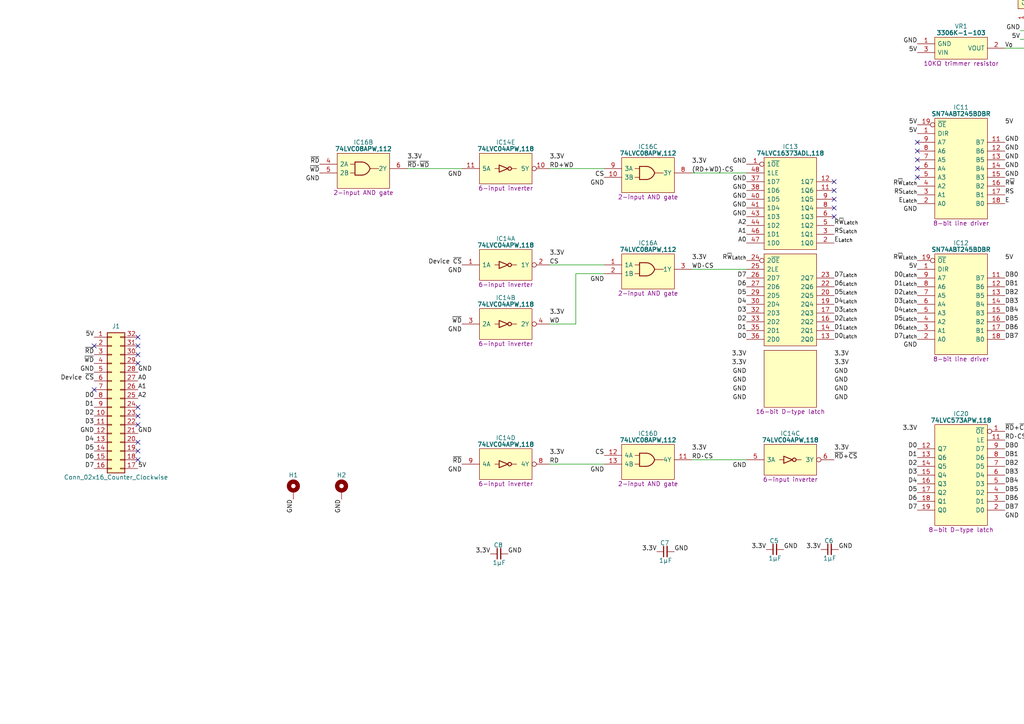
<source format=kicad_sch>
(kicad_sch (version 20230121) (generator eeschema)
  (paper "A4")
  (lib_symbols
    (symbol "Bourns:3306K-1-103" (pin_names (offset 0.762))
      (property "Reference" "VR" (at 12.7 5.08 0))
      (property "Value" "3306K-1-103" (at 12.7 3.175 0))
      (property "Description" "10KΩ trimmer resistor" (at 12.7 -5.715 0))
      (symbol "3306K-1-103_0_0"
        (pin passive line (at 0 0 0) (length 5.08) (name "GND") (number "1"))
        (pin passive line (at 25.4 -1.27 180) (length 5.08) (name "VOUT") (number "2"))
        (pin passive line (at 0 -2.54 0) (length 5.08) (name "VIN") (number "3"))
      )
      (symbol "3306K-1-103_0_1"
        (polyline (pts (xy 5.08 1.905) (xy 20.32 1.905) (xy 20.32 -4.445) (xy 5.08 -4.445) (xy 5.08 1.905)) (stroke (width 0.1524)) (fill (type background)))
      )
    )
    (symbol "Connector_Generic:Conn_02x16_Counter_Clockwise" (pin_names (offset 1.016) hide)
      (property "Reference" "J" (at 1.27 20.32 0))
      (property "Value" "Conn_02x16_Counter_Clockwise" (at 1.27 -22.86 0))
      (symbol "Conn_02x16_Counter_Clockwise_1_1"
        (rectangle (start -1.27 -20.193) (end 0 -20.447) (stroke (width 0.1524)))
        (rectangle (start -1.27 -17.653) (end 0 -17.907) (stroke (width 0.1524)))
        (rectangle (start -1.27 -15.113) (end 0 -15.367) (stroke (width 0.1524)))
        (rectangle (start -1.27 -12.573) (end 0 -12.827) (stroke (width 0.1524)))
        (rectangle (start -1.27 -10.033) (end 0 -10.287) (stroke (width 0.1524)))
        (rectangle (start -1.27 -7.493) (end 0 -7.747) (stroke (width 0.1524)))
        (rectangle (start -1.27 -4.953) (end 0 -5.207) (stroke (width 0.1524)))
        (rectangle (start -1.27 -2.413) (end 0 -2.667) (stroke (width 0.1524)))
        (rectangle (start -1.27 0.127) (end 0 -0.127) (stroke (width 0.1524)))
        (rectangle (start -1.27 2.667) (end 0 2.413) (stroke (width 0.1524)))
        (rectangle (start -1.27 5.207) (end 0 4.953) (stroke (width 0.1524)))
        (rectangle (start -1.27 7.747) (end 0 7.493) (stroke (width 0.1524)))
        (rectangle (start -1.27 10.287) (end 0 10.033) (stroke (width 0.1524)))
        (rectangle (start -1.27 12.827) (end 0 12.573) (stroke (width 0.1524)))
        (rectangle (start -1.27 15.367) (end 0 15.113) (stroke (width 0.1524)))
        (rectangle (start -1.27 17.907) (end 0 17.653) (stroke (width 0.1524)))
        (rectangle (start -1.27 19.05) (end 3.81 -21.59) (stroke (width 0.254)) (fill (type background)))
        (rectangle (start 3.81 -20.193) (end 2.54 -20.447) (stroke (width 0.1524)))
        (rectangle (start 3.81 -17.653) (end 2.54 -17.907) (stroke (width 0.1524)))
        (rectangle (start 3.81 -15.113) (end 2.54 -15.367) (stroke (width 0.1524)))
        (rectangle (start 3.81 -12.573) (end 2.54 -12.827) (stroke (width 0.1524)))
        (rectangle (start 3.81 -10.033) (end 2.54 -10.287) (stroke (width 0.1524)))
        (rectangle (start 3.81 -7.493) (end 2.54 -7.747) (stroke (width 0.1524)))
        (rectangle (start 3.81 -4.953) (end 2.54 -5.207) (stroke (width 0.1524)))
        (rectangle (start 3.81 -2.413) (end 2.54 -2.667) (stroke (width 0.1524)))
        (rectangle (start 3.81 0.127) (end 2.54 -0.127) (stroke (width 0.1524)))
        (rectangle (start 3.81 2.667) (end 2.54 2.413) (stroke (width 0.1524)))
        (rectangle (start 3.81 5.207) (end 2.54 4.953) (stroke (width 0.1524)))
        (rectangle (start 3.81 7.747) (end 2.54 7.493) (stroke (width 0.1524)))
        (rectangle (start 3.81 10.287) (end 2.54 10.033) (stroke (width 0.1524)))
        (rectangle (start 3.81 12.827) (end 2.54 12.573) (stroke (width 0.1524)))
        (rectangle (start 3.81 15.367) (end 2.54 15.113) (stroke (width 0.1524)))
        (rectangle (start 3.81 17.907) (end 2.54 17.653) (stroke (width 0.1524)))
        (pin passive line (at -5.08 17.78 0) (length 3.81) (name "Pin_1") (number "1"))
        (pin passive line (at -5.08 -5.08 0) (length 3.81) (name "Pin_10") (number "10"))
        (pin passive line (at -5.08 -7.62 0) (length 3.81) (name "Pin_11") (number "11"))
        (pin passive line (at -5.08 -10.16 0) (length 3.81) (name "Pin_12") (number "12"))
        (pin passive line (at -5.08 -12.7 0) (length 3.81) (name "Pin_13") (number "13"))
        (pin passive line (at -5.08 -15.24 0) (length 3.81) (name "Pin_14") (number "14"))
        (pin passive line (at -5.08 -17.78 0) (length 3.81) (name "Pin_15") (number "15"))
        (pin passive line (at -5.08 -20.32 0) (length 3.81) (name "Pin_16") (number "16"))
        (pin passive line (at 7.62 -20.32 180) (length 3.81) (name "Pin_17") (number "17"))
        (pin passive line (at 7.62 -17.78 180) (length 3.81) (name "Pin_18") (number "18"))
        (pin passive line (at 7.62 -15.24 180) (length 3.81) (name "Pin_19") (number "19"))
        (pin passive line (at -5.08 15.24 0) (length 3.81) (name "Pin_2") (number "2"))
        (pin passive line (at 7.62 -12.7 180) (length 3.81) (name "Pin_20") (number "20"))
        (pin passive line (at 7.62 -10.16 180) (length 3.81) (name "Pin_21") (number "21"))
        (pin passive line (at 7.62 -7.62 180) (length 3.81) (name "Pin_22") (number "22"))
        (pin passive line (at 7.62 -5.08 180) (length 3.81) (name "Pin_23") (number "23"))
        (pin passive line (at 7.62 -2.54 180) (length 3.81) (name "Pin_24") (number "24"))
        (pin passive line (at 7.62 0 180) (length 3.81) (name "Pin_25") (number "25"))
        (pin passive line (at 7.62 2.54 180) (length 3.81) (name "Pin_26") (number "26"))
        (pin passive line (at 7.62 5.08 180) (length 3.81) (name "Pin_27") (number "27"))
        (pin passive line (at 7.62 7.62 180) (length 3.81) (name "Pin_28") (number "28"))
        (pin passive line (at 7.62 10.16 180) (length 3.81) (name "Pin_29") (number "29"))
        (pin passive line (at -5.08 12.7 0) (length 3.81) (name "Pin_3") (number "3"))
        (pin passive line (at 7.62 12.7 180) (length 3.81) (name "Pin_30") (number "30"))
        (pin passive line (at 7.62 15.24 180) (length 3.81) (name "Pin_31") (number "31"))
        (pin passive line (at 7.62 17.78 180) (length 3.81) (name "Pin_32") (number "32"))
        (pin passive line (at -5.08 10.16 0) (length 3.81) (name "Pin_4") (number "4"))
        (pin passive line (at -5.08 7.62 0) (length 3.81) (name "Pin_5") (number "5"))
        (pin passive line (at -5.08 5.08 0) (length 3.81) (name "Pin_6") (number "6"))
        (pin passive line (at -5.08 2.54 0) (length 3.81) (name "Pin_7") (number "7"))
        (pin passive line (at -5.08 0 0) (length 3.81) (name "Pin_8") (number "8"))
        (pin passive line (at -5.08 -2.54 0) (length 3.81) (name "Pin_9") (number "9"))
      )
    )
    (symbol "Diodes_Inc:AP7365-33WG-7" (pin_names (offset 0.762))
      (property "Reference" "IC" (at 12.7 5.08 0))
      (property "Value" "AP7365-33WG-7" (at 12.7 3.175 0))
      (property "Description" "3.3V LDO voltage regulator" (at 12.7 -8.255 0))
      (symbol "AP7365-33WG-7_0_0"
        (pin passive line (at 0 0 0) (length 5.08) (name "VIN") (number "1"))
        (pin passive line (at 0 -5.08 0) (length 5.08) (name "GND") (number "2"))
        (pin input line (at 0 -2.54 0) (length 5.08) (name "EN") (number "3"))
        (pin passive line (at 25.4 -5.08 180) (length 5.08) (name "ADJ") (number "4"))
        (pin passive line (at 25.4 0 180) (length 5.08) (name "VOUT") (number "5"))
      )
      (symbol "AP7365-33WG-7_0_1"
        (polyline (pts (xy 5.08 1.905) (xy 20.32 1.905) (xy 20.32 -6.985) (xy 5.08 -6.985) (xy 5.08 1.905)) (fill (type background)))
      )
    )
    (symbol "HCP65:C_0805" (pin_numbers hide) (pin_names (offset 0.254) hide)
      (property "Reference" "C" (at 2.286 2.54 0))
      (property "Value" "?μF" (at 2.54 -2.54 0))
      (symbol "C_0805_0_1"
        (polyline (pts (xy 1.9685 -1.4605) (xy 1.9685 1.5875)) (stroke (width 0.3048)))
        (polyline (pts (xy 2.9845 -1.4605) (xy 2.9845 1.5875)) (stroke (width 0.3302)))
      )
      (symbol "C_0805_1_1"
        (pin passive line (at 0 0 0) (length 2.032) (name "~") (number "1"))
        (pin passive line (at 5.08 0 180) (length 2.032) (name "~") (number "2"))
      )
    )
    (symbol "HCP65:MountingHole_Pad" (pin_numbers hide) (pin_names (offset 1.016) hide)
      (property "Reference" "H" (at 0 4.445 0))
      (symbol "MountingHole_Pad_0_1"
        (circle (center 0 1.27) (radius 1.27) (stroke (width 1.27)))
      )
      (symbol "MountingHole_Pad_1_1"
        (pin passive line (at 0 -2.54 90) (length 2.54) (name "GND") (number "1"))
      )
    )
    (symbol "HCP65:Pin_Header_01x16" (pin_names (offset 1.016) hide)
      (property "Reference" "J" (at 0 1.27 0))
      (property "Value" "Pin_Header_01x16" (at 0 -1.27 0))
    )
    (symbol "NMTC:NMTC-S16205DRGHS-07" (pin_names (offset 0.762))
      (property "Reference" "DS" (at 35.56 -21.59 0))
      (property "Value" "NMTC-S16205DRGHS-07" (at 35.56 -24.13 0))
      (symbol "NMTC-S16205DRGHS-07_0_0"
        (pin passive line (at -3.81 -54.61 90) (length 5.08) (name "GND") (number "1"))
        (pin bidirectional line (at 19.05 -54.61 90) (length 5.08) (name "DB3") (number "10"))
        (pin bidirectional line (at 21.59 -54.61 90) (length 5.08) (name "DB4") (number "11"))
        (pin bidirectional line (at 24.13 -54.61 90) (length 5.08) (name "DB5") (number "12"))
        (pin bidirectional line (at 26.67 -54.61 90) (length 5.08) (name "DB6") (number "13"))
        (pin bidirectional line (at 29.21 -54.61 90) (length 5.08) (name "DB7") (number "14"))
        (pin passive line (at 31.75 -54.61 90) (length 5.08) (name "LEDA") (number "15"))
        (pin passive line (at 34.29 -54.61 90) (length 5.08) (name "LEDK") (number "16"))
        (pin passive line (at -3.81 -21.59 270) (length 5.08) (name "GND") (number "17"))
        (pin passive line (at -1.27 -21.59 270) (length 5.08) (name "5V") (number "18"))
        (pin passive line (at 1.27 -21.59 270) (length 5.08) (name "V_{O}") (number "19"))
        (pin passive line (at -1.27 -54.61 90) (length 5.08) (name "5V") (number "2"))
        (pin input line (at 3.81 -21.59 270) (length 5.08) (name "RS") (number "20"))
        (pin input line (at 6.35 -21.59 270) (length 5.08) (name "R/~{W}") (number "21"))
        (pin input line (at 8.89 -21.59 270) (length 5.08) (name "E") (number "22"))
        (pin bidirectional line (at 11.43 -21.59 270) (length 5.08) (name "DB0") (number "23"))
        (pin bidirectional line (at 13.97 -21.59 270) (length 5.08) (name "DB1") (number "24"))
        (pin bidirectional line (at 16.51 -21.59 270) (length 5.08) (name "DB2") (number "25"))
        (pin bidirectional line (at 19.05 -21.59 270) (length 5.08) (name "DB3") (number "26"))
        (pin bidirectional line (at 21.59 -21.59 270) (length 5.08) (name "DB4") (number "27"))
        (pin bidirectional line (at 24.13 -21.59 270) (length 5.08) (name "DB5") (number "28"))
        (pin bidirectional line (at 26.67 -21.59 270) (length 5.08) (name "DB6") (number "29"))
        (pin passive line (at 1.27 -54.61 90) (length 5.08) (name "V_{O}") (number "3"))
        (pin bidirectional line (at 29.21 -21.59 270) (length 5.08) (name "DB7") (number "30"))
        (pin passive line (at 31.75 -21.59 270) (length 5.08) (name "LEDA") (number "31"))
        (pin passive line (at 34.29 -21.59 270) (length 5.08) (name "LEDK") (number "32"))
        (pin input line (at 3.81 -54.61 90) (length 5.08) (name "RS") (number "4"))
        (pin input line (at 6.35 -54.61 90) (length 5.08) (name "R/~{W}") (number "5"))
        (pin input line (at 8.89 -54.61 90) (length 5.08) (name "E") (number "6"))
        (pin bidirectional line (at 11.43 -54.61 90) (length 5.08) (name "DB0") (number "7"))
        (pin bidirectional line (at 13.97 -54.61 90) (length 5.08) (name "DB1") (number "8"))
        (pin bidirectional line (at 16.51 -54.61 90) (length 5.08) (name "DB2") (number "9"))
      )
      (symbol "NMTC-S16205DRGHS-07_0_1"
        (polyline (pts (xy -5.715 -49.53) (xy -5.715 -26.67) (xy 40.64 -26.67) (xy 40.64 -49.53) (xy -5.715 -49.53)) (stroke (width 0.1524)) (fill (type background)))
      )
    )
    (symbol "Nexperia:74LVC04APW,118_Multi" (pin_names (offset 0.762))
      (property "Reference" "IC" (at 12.7 7.62 0))
      (property "Value" "74LVC04APW,118" (at 12.7 5.715 0))
      (property "Description" "6-input inverter" (at 12.7 -5.715 0))
      (symbol "74LVC04APW,118_Multi_0_0"
        (pin passive line (at 25.4 2.54 180) (length 5.08) hide (name "3V") (number "14"))
        (pin passive line (at 0 -2.54 0) (length 5.08) hide (name "GND") (number "7"))
      )
      (symbol "74LVC04APW,118_Multi_0_1"
        (polyline (pts (xy 9.525 0) (xy 10.7949 0)))
        (polyline (pts (xy 14.351 0) (xy 15.875 0)))
        (polyline (pts (xy 10.795 -1.016) (xy 13.335 0) (xy 10.795 1.016)) (stroke (width 0.254)))
        (polyline (pts (xy 5.08 4.445) (xy 20.32 4.445) (xy 20.32 -4.445) (xy 5.08 -4.445) (xy 5.08 4.445)) (stroke (width 0.1524)) (fill (type background)))
        (rectangle (start 10.795 1.016) (end 10.795 -1.016) (stroke (width 0.254)) (fill (type background)))
        (circle (center 13.843 0) (radius 0.508) (stroke (width 0.254)))
      )
      (symbol "74LVC04APW,118_Multi_1_0"
        (pin input line (at 0 0 0) (length 5.08) (name "1A") (number "1"))
        (pin output inverted (at 25.4 0 180) (length 5.08) (name "1Y") (number "2"))
      )
      (symbol "74LVC04APW,118_Multi_2_0"
        (pin input line (at 0 0 0) (length 5.08) (name "2A") (number "3"))
        (pin output inverted (at 25.4 0 180) (length 5.08) (name "2Y") (number "4"))
      )
      (symbol "74LVC04APW,118_Multi_3_0"
        (pin input line (at 0 0 0) (length 5.08) (name "3A") (number "5"))
        (pin output inverted (at 25.4 0 180) (length 5.08) (name "3Y") (number "6"))
      )
      (symbol "74LVC04APW,118_Multi_4_0"
        (pin output inverted (at 25.4 0 180) (length 5.08) (name "4Y") (number "8"))
        (pin input line (at 0 0 0) (length 5.08) (name "4A") (number "9"))
      )
      (symbol "74LVC04APW,118_Multi_5_0"
        (pin output inverted (at 25.4 0 180) (length 5.08) (name "5Y") (number "10"))
        (pin input line (at 0 0 0) (length 5.08) (name "5A") (number "11"))
      )
      (symbol "74LVC04APW,118_Multi_6_0"
        (pin output inverted (at 25.4 0 180) (length 5.08) (name "6Y") (number "12"))
        (pin input line (at 0 0 0) (length 5.08) (name "6A") (number "13"))
      )
    )
    (symbol "Nexperia:74LVC08APW,112_Multi" (pin_names (offset 0.762))
      (property "Reference" "IC" (at 12.7 6.35 0))
      (property "Value" "74LVC08APW,112" (at 12.7 4.445 0))
      (property "Description" "2-input AND gate" (at 12.7 -8.255 0))
      (symbol "74LVC08APW,112_Multi_0_0"
        (pin passive line (at 25.4 1.27 180) (length 5.08) hide (name "3V") (number "14"))
        (pin passive line (at 0 -5.08 0) (length 5.08) hide (name "GND") (number "7"))
      )
      (symbol "74LVC08APW,112_Multi_0_1"
        (polyline (pts (xy 8.89 -2.54) (xy 10.1599 -2.54)))
        (polyline (pts (xy 8.89 0) (xy 10.1599 0)))
        (polyline (pts (xy 10.248 0.635) (xy 10.248 -3.175)) (stroke (width 0.254)) (fill (type background)))
        (polyline (pts (xy 12.065 -3.175) (xy 10.248 -3.175)) (stroke (width 0.254)) (fill (type background)))
        (polyline (pts (xy 12.065 0.635) (xy 10.248 0.635)) (stroke (width 0.254)) (fill (type background)))
        (polyline (pts (xy 14.605 -1.27) (xy 17.145 -1.27)))
        (polyline (pts (xy 5.08 3.175) (xy 20.32 3.175) (xy 20.32 -6.985) (xy 5.08 -6.985) (xy 5.08 3.175)) (stroke (width 0.1524)) (fill (type background)))
        (arc (start 12.065 -3.175) (mid 13.6634 -2.6604) (end 14.605 -1.27) (stroke (width 0.254)))
        (arc (start 14.605 -1.27) (mid 13.6646 0.122) (end 12.065 0.635) (stroke (width 0.254)))
      )
      (symbol "74LVC08APW,112_Multi_1_0"
        (pin input line (at 0 0 0) (length 5.08) (name "1A") (number "1"))
        (pin input line (at 0 -2.54 0) (length 5.08) (name "1B") (number "2"))
        (pin passive line (at 25.4 -1.27 180) (length 5.08) (name "1Y") (number "3"))
      )
      (symbol "74LVC08APW,112_Multi_2_0"
        (pin input line (at 0 0 0) (length 5.08) (name "2A") (number "4"))
        (pin input line (at 0 -2.54 0) (length 5.08) (name "2B") (number "5"))
        (pin output line (at 25.4 -1.27 180) (length 5.08) (name "2Y") (number "6"))
      )
      (symbol "74LVC08APW,112_Multi_3_0"
        (pin input line (at 0 -2.54 0) (length 5.08) (name "3B") (number "10"))
        (pin output line (at 25.4 -1.27 180) (length 5.08) (name "3Y") (number "8"))
        (pin input line (at 0 0 0) (length 5.08) (name "3A") (number "9"))
      )
      (symbol "74LVC08APW,112_Multi_4_0"
        (pin output line (at 25.4 -1.27 180) (length 5.08) (name "4Y") (number "11"))
        (pin input line (at 0 0 0) (length 5.08) (name "4A") (number "12"))
        (pin input line (at 0 -2.54 0) (length 5.08) (name "4B") (number "13"))
      )
    )
    (symbol "Nexperia:74LVC16373ADL,118" (pin_names (offset 0.762))
      (property "Reference" "IC" (at 12.7 5.08 0))
      (property "Value" "74LVC16373ADL,118" (at 12.7 3.175 0))
      (property "Description" "16-bit D-type latch" (at 12.7 -71.755 0))
      (symbol "74LVC16373ADL,118_0_0"
        (pin input inverted (at 0 0 0) (length 5.08) (name "1~{OE}") (number "1"))
        (pin tri_state line (at 25.4 -7.62 180) (length 5.08) (name "1Q6") (number "11"))
        (pin tri_state line (at 25.4 -5.08 180) (length 5.08) (name "1Q7") (number "12"))
        (pin tri_state line (at 25.4 -50.8 180) (length 5.08) (name "2Q0") (number "13"))
        (pin tri_state line (at 25.4 -48.26 180) (length 5.08) (name "2Q1") (number "14"))
        (pin tri_state line (at 25.4 -45.72 180) (length 5.08) (name "2Q2") (number "16"))
        (pin tri_state line (at 25.4 -43.18 180) (length 5.08) (name "2Q3") (number "17"))
        (pin tri_state line (at 25.4 -40.64 180) (length 5.08) (name "2Q4") (number "19"))
        (pin tri_state line (at 25.4 -22.86 180) (length 5.08) (name "1Q0") (number "2"))
        (pin tri_state line (at 25.4 -38.1 180) (length 5.08) (name "2Q5") (number "20"))
        (pin tri_state line (at 25.4 -35.56 180) (length 5.08) (name "2Q6") (number "22"))
        (pin tri_state line (at 25.4 -33.02 180) (length 5.08) (name "2Q7") (number "23"))
        (pin input inverted (at 0 -27.94 0) (length 5.08) (name "2~{OE}") (number "24"))
        (pin input line (at 0 -30.48 0) (length 5.08) (name "2LE") (number "25"))
        (pin input line (at 0 -33.02 0) (length 5.08) (name "2D7") (number "26"))
        (pin input line (at 0 -35.56 0) (length 5.08) (name "2D6") (number "27"))
        (pin input line (at 0 -38.1 0) (length 5.08) (name "2D5") (number "29"))
        (pin tri_state line (at 25.4 -20.32 180) (length 5.08) (name "1Q1") (number "3"))
        (pin input line (at 0 -40.64 0) (length 5.08) (name "2D4") (number "30"))
        (pin input line (at 0 -43.18 0) (length 5.08) (name "2D3") (number "32"))
        (pin input line (at 0 -45.72 0) (length 5.08) (name "2D2") (number "33"))
        (pin input line (at 0 -48.26 0) (length 5.08) (name "2D1") (number "35"))
        (pin input line (at 0 -50.8 0) (length 5.08) (name "2D0") (number "36"))
        (pin input line (at 0 -5.08 0) (length 5.08) (name "1D7") (number "37"))
        (pin input line (at 0 -10.16 0) (length 5.08) (name "1D5") (number "40"))
        (pin input line (at 0 -12.7 0) (length 5.08) (name "1D4") (number "41"))
        (pin input line (at 0 -15.24 0) (length 5.08) (name "1D3") (number "43"))
        (pin input line (at 0 -17.78 0) (length 5.08) (name "1D2") (number "44"))
        (pin input line (at 0 -20.32 0) (length 5.08) (name "1D1") (number "46"))
        (pin input line (at 0 -22.86 0) (length 5.08) (name "1D0") (number "47"))
        (pin input line (at 0 -2.54 0) (length 5.08) (name "1LE") (number "48"))
        (pin tri_state line (at 25.4 -17.78 180) (length 5.08) (name "1Q2") (number "5"))
        (pin tri_state line (at 25.4 -15.24 180) (length 5.08) (name "1Q3") (number "6"))
        (pin tri_state line (at 25.4 -12.7 180) (length 5.08) (name "1Q4") (number "8"))
        (pin tri_state line (at 25.4 -10.16 180) (length 5.08) (name "1Q5") (number "9"))
      )
      (symbol "74LVC16373ADL,118_0_1"
        (polyline (pts (xy 5.08 -53.975) (xy 20.32 -53.975) (xy 20.32 -70.485) (xy 5.08 -70.485) (xy 5.08 -53.975)) (stroke (width 0.1524)) (fill (type background)))
        (polyline (pts (xy 5.08 -26.035) (xy 20.32 -26.035) (xy 20.32 -52.705) (xy 5.08 -52.705) (xy 5.08 -26.035)) (stroke (width 0.1524)) (fill (type background)))
        (polyline (pts (xy 5.08 1.905) (xy 20.32 1.905) (xy 20.32 -24.765) (xy 5.08 -24.765) (xy 5.08 1.905)) (stroke (width 0.1524)) (fill (type background)))
      )
      (symbol "74LVC16373ADL,118_1_0"
        (pin passive line (at 0 -63.5 0) (length 5.08) hide (name "GND") (number "10"))
        (pin passive line (at 0 -66.04 0) (length 5.08) hide (name "GND") (number "15"))
        (pin passive line (at 0 -58.42 0) (length 5.08) hide (name "3V") (number "18"))
        (pin passive line (at 0 -68.58 0) (length 5.08) hide (name "GND") (number "21"))
        (pin passive line (at 25.4 -68.58 180) (length 5.08) hide (name "GND") (number "28"))
        (pin passive line (at 25.4 -58.42 180) (length 5.08) hide (name "3V") (number "31"))
        (pin passive line (at 25.4 -66.04 180) (length 5.08) hide (name "GND") (number "34"))
        (pin input line (at 0 -7.62 0) (length 5.08) (name "1D6") (number "38"))
        (pin passive line (at 25.4 -63.5 180) (length 5.08) hide (name "GND") (number "39"))
        (pin passive line (at 0 -60.96 0) (length 5.08) hide (name "GND") (number "4"))
        (pin passive line (at 25.4 -55.88 180) (length 5.08) hide (name "3V") (number "42"))
        (pin passive line (at 25.4 -60.96 180) (length 5.08) hide (name "GND") (number "45"))
        (pin passive line (at 0 -55.88 0) (length 5.08) hide (name "3V") (number "7"))
      )
    )
    (symbol "Nexperia:74LVC573APW,118" (pin_names (offset 0.762))
      (property "Reference" "IC" (at 12.7 5.08 0))
      (property "Value" "74LVC573APW,118" (at 12.7 3.175 0))
      (property "Description" "8-bit D-type latch" (at 12.7 -28.575 0))
      (symbol "74LVC573APW,118_0_0"
        (pin input inverted (at 0 0 0) (length 5.08) (name "~{OE}") (number "1"))
        (pin passive line (at 0 -25.4 0) (length 5.08) hide (name "GND") (number "10"))
        (pin input line (at 0 -2.54 0) (length 5.08) (name "LE") (number "11"))
        (pin tri_state line (at 25.4 -5.08 180) (length 5.08) (name "Q7") (number "12"))
        (pin tri_state line (at 25.4 -7.62 180) (length 5.08) (name "Q6") (number "13"))
        (pin tri_state line (at 25.4 -10.16 180) (length 5.08) (name "Q5") (number "14"))
        (pin tri_state line (at 25.4 -12.7 180) (length 5.08) (name "Q4") (number "15"))
        (pin tri_state line (at 25.4 -15.24 180) (length 5.08) (name "Q3") (number "16"))
        (pin tri_state line (at 25.4 -17.78 180) (length 5.08) (name "Q2") (number "17"))
        (pin tri_state line (at 25.4 -20.32 180) (length 5.08) (name "Q1") (number "18"))
        (pin tri_state line (at 25.4 -22.86 180) (length 5.08) (name "Q0") (number "19"))
        (pin input line (at 0 -22.86 0) (length 5.08) (name "D0") (number "2"))
        (pin passive line (at 25.4 0 180) (length 5.08) hide (name "3V") (number "20"))
        (pin input line (at 0 -20.32 0) (length 5.08) (name "D1") (number "3"))
        (pin input line (at 0 -17.78 0) (length 5.08) (name "D2") (number "4"))
        (pin input line (at 0 -15.24 0) (length 5.08) (name "D3") (number "5"))
        (pin input line (at 0 -12.7 0) (length 5.08) (name "D4") (number "6"))
        (pin input line (at 0 -10.16 0) (length 5.08) (name "D5") (number "7"))
        (pin input line (at 0 -7.62 0) (length 5.08) (name "D6") (number "8"))
        (pin input line (at 0 -5.08 0) (length 5.08) (name "D7") (number "9"))
      )
      (symbol "74LVC573APW,118_0_1"
        (polyline (pts (xy 5.08 1.905) (xy 20.32 1.905) (xy 20.32 -27.305) (xy 5.08 -27.305) (xy 5.08 1.905)) (stroke (width 0.1524)) (fill (type background)))
      )
    )
    (symbol "Texas_Instruments:SN74ABT245BDBR" (pin_names (offset 0.762))
      (property "Reference" "IC" (at 12.7 5.08 0))
      (property "Value" "SN74ABT245BDBR" (at 12.7 3.175 0))
      (property "Description" "8-bit line driver" (at 12.7 -28.575 0))
      (symbol "SN74ABT245BDBR_0_0"
        (pin input line (at 0 -2.54 0) (length 5.08) (name "DIR") (number "1"))
        (pin passive line (at 0 -25.4 0) (length 5.08) hide (name "GND") (number "10"))
        (pin tri_state line (at 25.4 -5.08 180) (length 5.08) (name "B7") (number "11"))
        (pin tri_state line (at 25.4 -7.62 180) (length 5.08) (name "B6") (number "12"))
        (pin tri_state line (at 25.4 -10.16 180) (length 5.08) (name "B5") (number "13"))
        (pin tri_state line (at 25.4 -12.7 180) (length 5.08) (name "B4") (number "14"))
        (pin tri_state line (at 25.4 -15.24 180) (length 5.08) (name "B3") (number "15"))
        (pin tri_state line (at 25.4 -17.78 180) (length 5.08) (name "B2") (number "16"))
        (pin tri_state line (at 25.4 -20.32 180) (length 5.08) (name "B1") (number "17"))
        (pin tri_state line (at 25.4 -22.86 180) (length 5.08) (name "B0") (number "18"))
        (pin input inverted (at 0 0 0) (length 5.08) (name "~{OE}") (number "19"))
        (pin tri_state line (at 0 -22.86 0) (length 5.08) (name "A0") (number "2"))
        (pin passive line (at 25.4 0 180) (length 5.08) hide (name "5V") (number "20"))
        (pin tri_state line (at 0 -20.32 0) (length 5.08) (name "A1") (number "3"))
        (pin tri_state line (at 0 -17.78 0) (length 5.08) (name "A2") (number "4"))
        (pin tri_state line (at 0 -15.24 0) (length 5.08) (name "A3") (number "5"))
        (pin tri_state line (at 0 -12.7 0) (length 5.08) (name "A4") (number "6"))
        (pin tri_state line (at 0 -10.16 0) (length 5.08) (name "A5") (number "7"))
        (pin tri_state line (at 0 -7.62 0) (length 5.08) (name "A6") (number "8"))
        (pin tri_state line (at 0 -5.08 0) (length 5.08) (name "A7") (number "9"))
      )
      (symbol "SN74ABT245BDBR_0_1"
        (polyline (pts (xy 5.08 1.905) (xy 20.32 1.905) (xy 20.32 -27.305) (xy 5.08 -27.305) (xy 5.08 1.905)) (stroke (width 0.1524)) (fill (type background)))
      )
    )
  )
  (junction (at 445.135 15.24))
  (junction (at 415.925 15.24))
  (no_connect (at 40.005 130.81))
  (no_connect (at 330.2 -25.4))
  (no_connect (at 40.005 105.41))
  (no_connect (at 335.28 7.62))
  (no_connect (at 40.005 120.65))
  (no_connect (at 27.305 113.03))
  (no_connect (at 297.18 -25.4))
  (no_connect (at 40.005 133.35))
  (no_connect (at 241.935 62.865))
  (no_connect (at 317.5 -25.4))
  (no_connect (at 325.12 -25.4))
  (no_connect (at 320.04 -25.4))
  (no_connect (at 266.065 41.275))
  (no_connect (at 266.065 48.895))
  (no_connect (at 266.065 51.435))
  (no_connect (at 312.42 -25.4))
  (no_connect (at 241.935 60.325))
  (no_connect (at 327.66 -25.4))
  (no_connect (at 241.935 57.785))
  (no_connect (at 307.34 -25.4))
  (no_connect (at 241.935 52.705))
  (no_connect (at 332.74 -25.4))
  (no_connect (at 309.88 -25.4))
  (no_connect (at 322.58 -25.4))
  (no_connect (at 299.72 -25.4))
  (no_connect (at 302.26 -25.4))
  (no_connect (at 332.74 7.62))
  (no_connect (at 40.005 100.33))
  (no_connect (at 40.005 118.11))
  (no_connect (at 40.005 97.79))
  (no_connect (at 304.8 -25.4))
  (no_connect (at 266.065 46.355))
  (no_connect (at 335.28 -25.4))
  (no_connect (at 496.57 35.56))
  (no_connect (at 241.935 55.245))
  (no_connect (at 441.325 20.32))
  (no_connect (at 266.065 43.815))
  (no_connect (at 314.96 -25.4))
  (no_connect (at 40.005 128.27))
  (no_connect (at 40.005 102.87))
  (no_connect (at 40.005 123.19))
  (no_connect (at 27.305 100.33))
  (wire (pts (xy 400.685 15.24) (xy 400.685 20.32)))
  (wire (pts (xy 400.685 15.24) (xy 415.925 15.24)))
  (wire (pts (xy 200.66 133.35) (xy 216.535 133.35)))
  (wire (pts (xy 445.135 15.24) (xy 450.215 15.24)))
  (wire (pts (xy 167.005 93.98) (xy 159.385 93.98)))
  (wire (pts (xy 299.72 7.62) (xy 299.72 11.43)))
  (wire (pts (xy 297.18 8.89) (xy 295.91 8.89)))
  (wire (pts (xy 175.26 79.375) (xy 167.005 79.375)))
  (wire (pts (xy 159.385 134.62) (xy 175.26 134.62)))
  (wire (pts (xy 299.72 11.43) (xy 295.91 11.43)))
  (wire (pts (xy 445.135 20.32) (xy 445.135 15.24)))
  (wire (pts (xy 400.685 20.32) (xy 401.955 20.32)))
  (wire (pts (xy 167.005 79.375) (xy 167.005 93.98)))
  (wire (pts (xy 200.66 78.105) (xy 216.535 78.105)))
  (wire (pts (xy 200.66 50.165) (xy 216.535 50.165)))
  (wire (pts (xy 297.18 7.62) (xy 297.18 8.89)))
  (wire (pts (xy 159.385 48.895) (xy 175.26 48.895)))
  (wire (pts (xy 302.26 7.62) (xy 302.26 13.97)))
  (wire (pts (xy 159.385 76.835) (xy 175.26 76.835)))
  (wire (pts (xy 415.925 15.24) (xy 415.925 17.78)))
  (wire (pts (xy 441.325 15.24) (xy 445.135 15.24)))
  (wire (pts (xy 118.11 48.895) (xy 133.985 48.895)))
  (wire (pts (xy 291.465 13.97) (xy 302.26 13.97)))
  (rectangle (start 387.985 -8.255) (end 502.92 46.99) (stroke (width 0) (type dash)))
  (text "Power and Spares" (at 390.525 43.815 0) (effects (font (size 2.54 2.54) (thickness 0.508) bold) (justify left bottom)))
  (label "GND" (at 216.535 111.125 180))
  (label "D1_{Latch}" (at 266.065 83.185 180))
  (label "GND" (at 216.535 135.89 180))
  (label "D6" (at 266.065 145.415 180))
  (label "D3_{Latch}" (at 241.935 90.805 0))
  (label "GND" (at 216.535 60.325 180))
  (label "DB4" (at 322.58 7.62 270))
  (label "DB3" (at 291.465 137.795 0))
  (label "3.3V" (at 159.385 74.295 0))
  (label "A2" (at 40.005 115.57 0))
  (label "Device ~{CS}" (at 133.985 76.835 180))
  (label "A0" (at 216.535 70.485 180))
  (label "GND" (at 471.17 38.1 180))
  (label "GND" (at 318.77 96.52 0))
  (label "D6_{Latch}" (at 241.935 83.185 0))
  (label "E_{Latch}" (at 266.065 59.055 180))
  (label "GND" (at 133.985 79.375 180))
  (label "3.3V" (at 241.935 103.505 0))
  (label "D3" (at 27.305 123.19 180))
  (label "D3" (at 216.535 90.805 180))
  (label "Device ~{CS}" (at 27.305 110.49 180))
  (label "GND" (at 291.465 48.895 0))
  (label "5V" (at 291.465 75.565 0))
  (label "3.3V" (at 200.66 47.625 0))
  (label "5V" (at 335.28 21.59 180))
  (label "D1" (at 216.535 95.885 180))
  (label "RD" (at 159.385 134.62 0))
  (label "3.3V" (at 200.66 130.81 0))
  (label "D0" (at 266.065 130.175 180))
  (label "3.3V" (at 241.935 130.81 0))
  (label "~{RD}·~{WD}" (at 118.11 48.895 0))
  (label "3.3V" (at 241.935 106.045 0))
  (label "GND" (at 216.535 47.625 180))
  (label "D2" (at 266.065 135.255 180))
  (label "D6_{Latch}" (at 266.065 95.885 180))
  (label "3.3V" (at 216.535 106.045 180))
  (label "RD·CS" (at 291.465 127.635 0))
  (label "D7" (at 266.065 147.955 180))
  (label "GND" (at 216.535 116.205 180))
  (label "A0" (at 40.005 110.49 0))
  (label "5V" (at 266.065 38.735 180))
  (label "D3" (at 266.065 137.795 180))
  (label "GND" (at 216.535 52.705 180))
  (label "GND" (at 27.305 125.73 180))
  (label "GND" (at 471.17 35.56 180))
  (label "GND" (at 133.985 137.16 180))
  (label "GND" (at 243.205 159.385 0))
  (label "D4" (at 266.065 140.335 180))
  (label "DB3" (at 291.465 88.265 0))
  (label "D2" (at 216.535 93.345 180))
  (label "~{WD}" (at 133.985 93.98 180))
  (label "GND" (at 321.31 139.065 0))
  (label "GND" (at 216.535 57.785 180))
  (label "5V" (at 400.685 15.24 180))
  (label "A2" (at 216.535 65.405 180))
  (label "D2" (at 27.305 120.65 180))
  (label "GND" (at 27.305 107.95 180))
  (label "GND" (at 291.465 51.435 0))
  (label "GND" (at 407.035 20.32 0))
  (label "D4" (at 216.535 88.265 180))
  (label "WD" (at 159.385 93.98 0))
  (label "D3_{Latch}" (at 266.065 88.265 180))
  (label "GND" (at 241.935 116.205 0))
  (label "WD·CS" (at 200.66 78.105 0))
  (label "5V" (at 266.065 78.105 180))
  (label "CS" (at 175.26 51.435 180))
  (label "D0" (at 27.305 115.57 180))
  (label "DB2" (at 291.465 85.725 0))
  (label "GND" (at 450.215 20.32 0))
  (label "GND" (at 241.935 113.665 0))
  (label "A1" (at 216.535 67.945 180))
  (label "~{RD}+~{CS}" (at 291.465 125.095 0))
  (label "D7" (at 216.535 80.645 180))
  (label "V_{0}" (at 291.465 13.97 0))
  (label "GND" (at 295.91 8.89 180))
  (label "5V" (at 27.305 97.79 180))
  (label "5V" (at 313.69 96.52 180))
  (label "E_{Latch}" (at 241.935 70.485 0))
  (label "3.3V" (at 266.065 125.095 180))
  (label "RS" (at 304.8 7.62 270))
  (label "~{RD}+~{CS}" (at 241.935 133.35 0))
  (label "R~{W}_{Latch}" (at 266.065 53.975 180))
  (label "D5" (at 27.305 130.81 180))
  (label "D0_{Latch}" (at 266.065 80.645 180))
  (label "RS_{Latch}" (at 241.935 67.945 0))
  (label "DB6" (at 291.465 145.415 0))
  (label "3.3V" (at 200.66 75.565 0))
  (label "GND" (at 291.465 43.815 0))
  (label "GND" (at 266.065 100.965 180))
  (label "D1" (at 266.065 132.715 180))
  (label "GND" (at 216.535 113.665 180))
  (label "D7_{Latch}" (at 266.065 98.425 180))
  (label "GND" (at 291.465 46.355 0))
  (label "GND" (at 40.005 125.73 0))
  (label "DB6" (at 291.465 95.885 0))
  (label "R~{W}_{Latch}" (at 241.935 65.405 0))
  (label "DB7" (at 291.465 147.955 0))
  (label "D6" (at 27.305 133.35 180))
  (label "R~{W}" (at 291.465 53.975 0))
  (label "GND" (at 266.065 61.595 180))
  (label "GND" (at 85.09 144.78 270))
  (label "GND" (at 315.595 53.34 0))
  (label "3.3V" (at 118.11 46.355 0))
  (label "5V" (at 295.91 11.43 180))
  (label "CS" (at 175.26 132.08 180))
  (label "GND" (at 175.26 53.975 180))
  (label "E" (at 291.465 59.055 0))
  (label "D4_{Latch}" (at 241.935 88.265 0))
  (label "RD+WD" (at 159.385 48.895 0))
  (label "D4_{Latch}" (at 266.065 90.805 180))
  (label "3.3V" (at 216.535 103.505 180))
  (label "D5_{Latch}" (at 241.935 85.725 0))
  (label "D2_{Latch}" (at 241.935 93.345 0))
  (label "D6" (at 216.535 83.185 180))
  (label "R~{W}" (at 307.34 7.62 270))
  (label "5V" (at 40.005 135.89 0))
  (label "~{WD}" (at 92.71 50.165 180))
  (label "R~{W}_{Latch}" (at 266.065 75.565 180))
  (label "DB5" (at 291.465 93.345 0))
  (label "GND" (at 241.935 111.125 0))
  (label "DB5" (at 325.12 7.62 270))
  (label "RS" (at 291.465 56.515 0))
  (label "DB5" (at 291.465 142.875 0))
  (label "D7_{Latch}" (at 241.935 80.645 0))
  (label "DB4" (at 291.465 90.805 0))
  (label "DB1" (at 314.96 7.62 270))
  (label "GND" (at 195.58 160.02 0))
  (label "D4" (at 27.305 128.27 180))
  (label "3.3V" (at 496.57 33.02 0))
  (label "~{WD}" (at 27.305 105.41 180))
  (label "GND" (at 175.26 81.915 180))
  (label "5V" (at 266.065 36.195 180))
  (label "D5_{Latch}" (at 266.065 93.345 180))
  (label "DB0" (at 291.465 130.175 0))
  (label "CS" (at 159.385 76.835 0))
  (label "~{RD}" (at 27.305 102.87 180))
  (label "3.3V" (at 450.215 15.24 0))
  (label "3.3V" (at 316.23 139.065 180))
  (label "DB2" (at 317.5 7.62 270))
  (label "DB6" (at 327.66 7.62 270))
  (label "3.3V" (at 159.385 46.355 0))
  (label "A1" (at 40.005 113.03 0))
  (label "D0" (at 216.535 98.425 180))
  (label "E" (at 309.88 7.62 270))
  (label "DB2" (at 291.465 135.255 0))
  (label "GND" (at 340.36 21.59 0))
  (label "GND" (at 266.065 12.7 180))
  (label "GND" (at 291.465 41.275 0))
  (label "GND" (at 216.535 55.245 180))
  (label "GND" (at 99.06 144.78 270))
  (label "RD·CS" (at 200.66 133.35 0))
  (label "5V" (at 310.515 53.34 180))
  (label "~{RD}" (at 92.71 47.625 180))
  (label "GND" (at 216.535 108.585 180))
  (label "DB0" (at 312.42 7.62 270))
  (label "3.3V" (at 222.25 159.385 180))
  (label "GND" (at 415.925 20.32 180))
  (label "GND" (at 227.33 159.385 0))
  (label "DB1" (at 291.465 132.715 0))
  (label "GND" (at 133.985 96.52 180))
  (label "3.3V" (at 238.125 159.385 180))
  (label "DB0" (at 291.465 80.645 0))
  (label "3.3V" (at 190.5 160.02 180))
  (label "DB7" (at 291.465 98.425 0))
  (label "D7" (at 27.305 135.89 180))
  (label "D1_{Latch}" (at 241.935 95.885 0))
  (label "3.3V" (at 142.24 160.655 180))
  (label "(RD+WD)·CS" (at 200.66 50.165 0))
  (label "~{RD}" (at 133.985 134.62 180))
  (label "GND" (at 175.26 137.16 180))
  (label "DB3" (at 320.04 7.62 270))
  (label "DB4" (at 291.465 140.335 0))
  (label "GND" (at 241.935 108.585 0))
  (label "D2_{Latch}" (at 266.065 85.725 180))
  (label "RS_{Latch}" (at 266.065 56.515 180))
  (label "D0_{Latch}" (at 241.935 98.425 0))
  (label "DB7" (at 330.2 7.62 270))
  (label "5V" (at 266.065 15.24 180))
  (label "DB1" (at 291.465 83.185 0))
  (label "3.3V" (at 159.385 132.08 0))
  (label "R~{W}_{Latch}" (at 216.535 75.565 180))
  (label "GND" (at 216.535 62.865 180))
  (label "D5" (at 266.065 142.875 180))
  (label "GND" (at 147.32 160.655 0))
  (label "D5" (at 216.535 85.725 180))
  (label "GND" (at 40.005 107.95 0))
  (label "GND" (at 92.71 52.705 180))
  (label "GND" (at 291.465 150.495 0))
  (label "D1" (at 27.305 118.11 180))
  (label "5V" (at 291.465 36.195 0))
  (label "3.3V" (at 159.385 91.44 0))
  (label "GND" (at 133.985 51.435 180))
  (symbol (lib_id "Nexperia:74LVC08APW,112_Multi") (at 175.26 48.895 0) (unit 3)
    (property "Reference" "IC16" (at 187.96 42.545 0))
    (property "Value" "74LVC08APW,112" (at 187.96 44.45 0) (effects (font bold)))
    (property "Footprint" "SOP65P640X110-14N" (effects hide))
    (property "Datasheet" "https://assets.nexperia.com/documents/data-sheet/74LVC08A.pdf" (effects hide))
    (property "Description" "2-input AND gate" (at 187.96 57.15 0))
    (property "Height" "1.1" (effects hide))
    (property "Manufacturer_Name" "Nexperia" (effects hide))
    (property "Manufacturer_Part_Number" "74LVC08APW,112" (effects hide))
    (property "Mouser Part Number" "771-74LVC08APW" (effects hide))
    (property "Mouser Price/Stock" "https://www.mouser.com/Search/Refine.aspx?Keyword=771-74LVC08APW" (effects hide))
    (property "Silkscreen" "74LVC08" (effects hide))
  )
  (symbol (lib_id "Nexperia:74LVC08APW,112_Multi") (at 175.26 76.835 0) (unit 1)
    (property "Reference" "IC16" (at 187.96 70.485 0))
    (property "Value" "74LVC08APW,112" (at 187.96 72.39 0) (effects (font bold)))
    (property "Footprint" "SOP65P640X110-14N" (effects hide))
    (property "Datasheet" "https://assets.nexperia.com/documents/data-sheet/74LVC08A.pdf" (effects hide))
    (property "Description" "2-input AND gate" (at 187.96 85.09 0))
    (property "Height" "1.1" (effects hide))
    (property "Manufacturer_Name" "Nexperia" (effects hide))
    (property "Manufacturer_Part_Number" "74LVC08APW,112" (effects hide))
    (property "Mouser Part Number" "771-74LVC08APW" (effects hide))
    (property "Mouser Price/Stock" "https://www.mouser.com/Search/Refine.aspx?Keyword=771-74LVC08APW" (effects hide))
    (property "Silkscreen" "74LVC08" (effects hide))
  )
  (symbol (lib_id "HCP65:C_0805") (at 190.5 160.02 0) (unit 1)
    (property "Reference" "C7" (at 192.786 157.48 0))
    (property "Value" "1μF" (at 193.04 162.56 0))
    (property "Footprint" "SamacSys_Parts:C_0805" (effects hide))
  )
  (symbol (lib_id "Nexperia:74LVC08APW,112_Multi") (at 92.71 47.625 0) (unit 2)
    (property "Reference" "IC16" (at 105.41 41.275 0))
    (property "Value" "74LVC08APW,112" (at 105.41 43.18 0) (effects (font bold)))
    (property "Footprint" "SOP65P640X110-14N" (effects hide))
    (property "Datasheet" "https://assets.nexperia.com/documents/data-sheet/74LVC08A.pdf" (effects hide))
    (property "Description" "2-input AND gate" (at 105.41 55.88 0))
    (property "Height" "1.1" (effects hide))
    (property "Manufacturer_Name" "Nexperia" (effects hide))
    (property "Manufacturer_Part_Number" "74LVC08APW,112" (effects hide))
    (property "Mouser Part Number" "771-74LVC08APW" (effects hide))
    (property "Mouser Price/Stock" "https://www.mouser.com/Search/Refine.aspx?Keyword=771-74LVC08APW" (effects hide))
    (property "Silkscreen" "74LVC08" (effects hide))
  )
  (symbol (lib_id "Connector_Generic:Conn_02x16_Counter_Clockwise") (at 32.385 115.57 0) (unit 1)
    (property "Reference" "J1" (at 33.655 94.615 0))
    (property "Value" "Conn_02x16_Counter_Clockwise" (at 33.655 138.43 0))
    (property "Footprint" "SamacSys_Parts:DIP-32_Board_W22.86mm_Nak" (effects hide))
  )
  (symbol (lib_id "Nexperia:74LVC04APW,118_Multi") (at 133.985 76.835 0) (unit 1)
    (property "Reference" "IC14" (at 146.685 69.215 0))
    (property "Value" "74LVC04APW,118" (at 146.685 71.12 0) (effects (font bold)))
    (property "Footprint" "SOP65P640X110-14N" (effects hide))
    (property "Datasheet" "https://assets.nexperia.com/documents/data-sheet/74LVC04A.pdf" (effects hide))
    (property "Description" "6-input inverter" (at 146.685 82.55 0))
    (property "Height" "1.1" (effects hide))
    (property "Manufacturer_Name" "Nexperia" (effects hide))
    (property "Manufacturer_Part_Number" "74LVC04APW,118" (effects hide))
    (property "Mouser Part Number" "771-74LVC04APW-T" (effects hide))
    (property "Mouser Price/Stock" "https://www.mouser.co.uk/ProductDetail/Nexperia/74LVC04APW118?qs=me8TqzrmIYUA5zXidd9%2F4g%3D%3D" (effects hide))
    (property "Silkscreen" "74LVC04" (effects hide))
  )
  (symbol (lib_id "HCP65:Pin_Header_01x16") (at -10.16 107.95 0) (unit 1)
    (property "Reference" "J3" (at -10.16 106.68 0))
    (property "Value" "Pin_Header_01x16" (at -10.16 109.22 0))
    (property "Footprint" "SamacSys_Parts:PinHeader_1x16_P2.54mm_Vertical" (effects hide))
  )
  (symbol (lib_id "Texas_Instruments:SN74ABT245BDBR") (at 266.065 36.195 0) (unit 1)
    (property "Reference" "IC11" (at 278.765 31.115 0))
    (property "Value" "SN74ABT245BDBR" (at 278.765 33.02 0) (effects (font bold)))
    (property "Footprint" "SOP65P780X200-20N" (effects hide))
    (property "Datasheet" "http://www.ti.com/lit/gpn/sn74abt245b" (effects hide))
    (property "Description" "8-bit line driver" (at 278.765 64.77 0))
    (property "Height" "2" (effects hide))
    (property "Manufacturer_Name" "Texas Instruments" (effects hide))
    (property "Manufacturer_Part_Number" "SN74ABT245BDBR" (effects hide))
    (property "Mouser Part Number" "595-SN74ABT245BDBR" (effects hide))
    (property "Mouser Price/Stock" "https://www.mouser.co.uk/ProductDetail/Texas-Instruments/SN74ABT245BDBR?qs=5nGYs9Do7G0kvriH65mtcg%3D%3D" (effects hide))
    (property "Silkscreen" "74ABT245" (effects hide))
  )
  (symbol (lib_id "HCP65:Pin_Header_01x16") (at -10.16 102.87 0) (unit 1)
    (property "Reference" "J2" (at -10.16 101.6 0))
    (property "Value" "Pin_Header_01x16" (at -10.16 104.14 0))
    (property "Footprint" "SamacSys_Parts:PinHeader_1x16_P2.54mm_Vertical" (effects hide))
  )
  (symbol (lib_id "Bourns:3306K-1-103") (at 266.065 12.7 0) (unit 1)
    (property "Reference" "VR1" (at 278.765 7.62 0))
    (property "Value" "3306K-1-103" (at 278.765 9.525 0) (effects (font bold)))
    (property "Footprint" "3306K1103" (effects hide))
    (property "Datasheet" "https://www.bourns.com/docs/Product-Datasheets/3306.pdf" (effects hide))
    (property "Description" "10KΩ trimmer resistor" (at 278.765 18.415 0))
    (property "Height" "8.91" (effects hide))
    (property "Manufacturer_Name" "Bourns" (effects hide))
    (property "Manufacturer_Part_Number" "3306K-1-103" (effects hide))
    (property "Mouser Part Number" "652-3306K-1-103" (effects hide))
    (property "Mouser Price/Stock" "https://www.mouser.co.uk/ProductDetail/Bourns/3306K-1-103?qs=K23waP7TVs7Jf7Qc04mQhQ%3D%3D" (effects hide))
    (property "Arrow Part Number" "3306K-1-103" (effects hide))
    (property "Arrow Price/Stock" "https://www.arrow.com/en/products/3306k-1-103/bourns?region=nac" (effects hide))
  )
  (symbol (lib_id "HCP65:C_0805") (at 310.515 53.34 0) (unit 1)
    (property "Reference" "C2" (at 312.801 50.8 0))
    (property "Value" "1μF" (at 313.055 55.88 0))
    (property "Footprint" "SamacSys_Parts:C_0805" (effects hide))
  )
  (symbol (lib_id "HCP65:C_0805") (at 335.28 21.59 0) (unit 1)
    (property "Reference" "C1" (at 337.566 19.05 0))
    (property "Value" "10μF" (at 337.82 24.13 0))
    (property "Footprint" "SamacSys_Parts:C_0805" (effects hide))
  )
  (symbol (lib_id "Nexperia:74LVC04APW,118_Multi") (at 133.985 48.895 0) (unit 5)
    (property "Reference" "IC14" (at 146.685 41.275 0))
    (property "Value" "74LVC04APW,118" (at 146.685 43.18 0) (effects (font bold)))
    (property "Footprint" "SOP65P640X110-14N" (effects hide))
    (property "Datasheet" "https://assets.nexperia.com/documents/data-sheet/74LVC04A.pdf" (effects hide))
    (property "Description" "6-input inverter" (at 146.685 54.61 0))
    (property "Height" "1.1" (effects hide))
    (property "Manufacturer_Name" "Nexperia" (effects hide))
    (property "Manufacturer_Part_Number" "74LVC04APW,118" (effects hide))
    (property "Mouser Part Number" "771-74LVC04APW-T" (effects hide))
    (property "Mouser Price/Stock" "https://www.mouser.co.uk/ProductDetail/Nexperia/74LVC04APW118?qs=me8TqzrmIYUA5zXidd9%2F4g%3D%3D" (effects hide))
    (property "Silkscreen" "74LVC04" (effects hide))
  )
  (symbol (lib_id "HCP65:C_0805") (at 445.135 20.32 0) (unit 1)
    (property "Reference" "C11" (at 447.421 17.78 0))
    (property "Value" "10μF" (at 447.675 22.86 0))
    (property "Footprint" "SamacSys_Parts:C_0805" (effects hide))
  )
  (symbol (lib_id "HCP65:C_0805") (at 238.125 159.385 0) (unit 1)
    (property "Reference" "C6" (at 240.411 156.845 0))
    (property "Value" "1μF" (at 240.665 161.925 0))
    (property "Footprint" "SamacSys_Parts:C_0805" (effects hide))
  )
  (symbol (lib_id "Nexperia:74LVC573APW,118") (at 291.465 125.095 0) (mirror y) (unit 1)
    (property "Reference" "IC20" (at 278.765 120.015 0))
    (property "Value" "74LVC573APW,118" (at 278.765 121.92 0) (effects (font bold)))
    (property "Footprint" "SOP65P640X110-20N" (effects hide))
    (property "Datasheet" "https://assets.nexperia.com/documents/data-sheet/74LVC573A.pdf" (effects hide))
    (property "Description" "8-bit D-type latch" (at 278.765 153.67 0))
    (property "Height" "1.1" (effects hide))
    (property "Mouser Part Number" "771-74LVC573APW-T" (effects hide))
    (property "Mouser Price/Stock" "https://www.mouser.co.uk/ProductDetail/Nexperia/74LVC573APW118/?qs=me8TqzrmIYU4mlL%252B5pgpig%3D%3D" (effects hide))
    (property "Manufacturer_Name" "Nexperia" (effects hide))
    (property "Manufacturer_Part_Number" "74LVC573APW,118" (effects hide))
    (property "Silkscreen" "74LVC573" (effects hide))
  )
  (symbol (lib_id "NMTC:NMTC-S16205DRGHS-07") (at 300.99 -46.99 0) (unit 1)
    (property "Reference" "DS1" (at 336.55 -25.4 0) (effects (justify left)))
    (property "Value" "NMTC-S16205DRGHS-07" (at 336.55 -22.86 0) (effects (justify left)))
    (property "Footprint" "NMTCS16205DRGHS07_1" (effects hide))
    (property "Description" "LCD Character Display Modules & Accessories Gray Reflective" (effects hide))
    (property "Mouser Part Number" "668-NC-S16205DRGHS" (effects hide))
    (property "Mouser Price/Stock" "https://www.mouser.co.uk/ProductDetail/Microtips-Technology/NMTC-S16205DRGHS-07?qs=wd5RIQLrsJjrkTMKolxTdA%3D%3D" (effects hide))
    (property "Manufacturer_Name" "Microtips Technology" (effects hide))
    (property "Manufacturer_Part_Number" "NMTC-S16205DRGHS-07" (effects hide))
  )
  (symbol (lib_id "Texas_Instruments:SN74ABT245BDBR") (at 266.065 75.565 0) (unit 1)
    (property "Reference" "IC12" (at 278.765 70.485 0))
    (property "Value" "SN74ABT245BDBR" (at 278.765 72.39 0) (effects (font bold)))
    (property "Footprint" "SOP65P780X200-20N" (effects hide))
    (property "Datasheet" "http://www.ti.com/lit/gpn/sn74abt245b" (effects hide))
    (property "Description" "8-bit line driver" (at 278.765 104.14 0))
    (property "Height" "2" (effects hide))
    (property "Manufacturer_Name" "Texas Instruments" (effects hide))
    (property "Manufacturer_Part_Number" "SN74ABT245BDBR" (effects hide))
    (property "Mouser Part Number" "595-SN74ABT245BDBR" (effects hide))
    (property "Mouser Price/Stock" "https://www.mouser.co.uk/ProductDetail/Texas-Instruments/SN74ABT245BDBR?qs=5nGYs9Do7G0kvriH65mtcg%3D%3D" (effects hide))
    (property "Silkscreen" "74ABT245" (effects hide))
  )
  (symbol (lib_id "Nexperia:74LVC04APW,118_Multi") (at 471.17 35.56 0) (unit 6)
    (property "Reference" "IC14" (at 483.87 27.94 0))
    (property "Value" "74LVC04APW,118" (at 483.87 29.845 0) (effects (font bold)))
    (property "Footprint" "SOP65P640X110-14N" (effects hide))
    (property "Datasheet" "https://assets.nexperia.com/documents/data-sheet/74LVC04A.pdf" (effects hide))
    (property "Description" "6-input inverter" (at 483.87 41.275 0))
    (property "Height" "1.1" (effects hide))
    (property "Manufacturer_Name" "Nexperia" (effects hide))
    (property "Manufacturer_Part_Number" "74LVC04APW,118" (effects hide))
    (property "Mouser Part Number" "771-74LVC04APW-T" (effects hide))
    (property "Mouser Price/Stock" "https://www.mouser.co.uk/ProductDetail/Nexperia/74LVC04APW118?qs=me8TqzrmIYUA5zXidd9%2F4g%3D%3D" (effects hide))
    (property "Silkscreen" "74LVC04" (effects hide))
  )
  (symbol (lib_id "Diodes_Inc:AP7365-33WG-7") (at 415.925 15.24 0) (unit 1)
    (property "Reference" "IC2" (at 428.625 10.16 0))
    (property "Value" "AP7365-33WG-7" (at 428.625 12.065 0) (effects (font bold)))
    (property "Footprint" "SOT95P285X130-5N" (effects hide))
    (property "Datasheet" "https://componentsearchengine.com/Datasheets/1/AP7365-33WG-7.pdf" (effects hide))
    (property "Description" "3.3V LDO voltage regulator" (at 428.625 23.495 0))
    (property "Height" "1.3" (effects hide))
    (property "Manufacturer_Name" "Diodes Inc." (effects hide))
    (property "Manufacturer_Part_Number" "AP7365-33WG-7" (effects hide))
    (property "Mouser Part Number" "621-AP7365-33WG-7" (effects hide))
    (property "Mouser Price/Stock" "https://www.mouser.co.uk/ProductDetail/Diodes-Incorporated/AP7365-33WG-7?qs=abZ1nkZpTuOZFvxvoFPL0w%3D%3D" (effects hide))
    (property "Arrow Part Number" "AP7365-33WG-7" (effects hide))
    (property "Arrow Price/Stock" "https://www.arrow.com/en/products/ap7365-33wg-7/diodes-incorporated?region=nac" (effects hide))
    (property "Silkscreen" "AP7365" (effects hide))
  )
  (symbol (lib_id "HCP65:C_0805") (at 401.955 20.32 0) (unit 1)
    (property "Reference" "C10" (at 404.241 17.78 0))
    (property "Value" "10μF" (at 404.495 22.86 0))
    (property "Footprint" "SamacSys_Parts:C_0805" (effects hide))
  )
  (symbol (lib_id "HCP65:C_0805") (at 142.24 160.655 0) (unit 1)
    (property "Reference" "C8" (at 144.526 158.115 0))
    (property "Value" "1μF" (at 144.78 163.195 0))
    (property "Footprint" "SamacSys_Parts:C_0805" (effects hide))
  )
  (symbol (lib_id "HCP65:C_0805") (at 313.69 96.52 0) (unit 1)
    (property "Reference" "C3" (at 315.976 93.98 0))
    (property "Value" "1μF" (at 316.23 99.06 0))
    (property "Footprint" "SamacSys_Parts:C_0805" (effects hide))
  )
  (symbol (lib_id "HCP65:C_0805") (at 222.25 159.385 0) (unit 1)
    (property "Reference" "C5" (at 224.536 156.845 0))
    (property "Value" "1μF" (at 224.79 161.925 0))
    (property "Footprint" "SamacSys_Parts:C_0805" (effects hide))
  )
  (symbol (lib_id "Nexperia:74LVC04APW,118_Multi") (at 216.535 133.35 0) (unit 3)
    (property "Reference" "IC14" (at 229.235 125.73 0))
    (property "Value" "74LVC04APW,118" (at 229.235 127.635 0) (effects (font bold)))
    (property "Footprint" "SOP65P640X110-14N" (effects hide))
    (property "Datasheet" "https://assets.nexperia.com/documents/data-sheet/74LVC04A.pdf" (effects hide))
    (property "Description" "6-input inverter" (at 229.235 139.065 0))
    (property "Height" "1.1" (effects hide))
    (property "Manufacturer_Name" "Nexperia" (effects hide))
    (property "Manufacturer_Part_Number" "74LVC04APW,118" (effects hide))
    (property "Mouser Part Number" "771-74LVC04APW-T" (effects hide))
    (property "Mouser Price/Stock" "https://www.mouser.co.uk/ProductDetail/Nexperia/74LVC04APW118?qs=me8TqzrmIYUA5zXidd9%2F4g%3D%3D" (effects hide))
    (property "Silkscreen" "74LVC04" (effects hide))
  )
  (symbol (lib_id "HCP65:MountingHole_Pad") (at 85.09 142.24 0) (unit 1)
    (property "Reference" "H1" (at 85.09 137.795 0))
    (property "Value" "MountingHole_Pad" (effects hide))
    (property "Footprint" "HCP65_Parts:HCP65_MountingHole_M3_" (effects hide))
  )
  (symbol (lib_id "HCP65:MountingHole_Pad") (at 99.06 142.24 0) (unit 1)
    (property "Reference" "H2" (at 99.06 137.795 0))
    (property "Value" "MountingHole_Pad" (effects hide))
    (property "Footprint" "HCP65_Parts:HCP65_MountingHole_M3_" (effects hide))
  )
  (symbol (lib_id "Nexperia:74LVC16373ADL,118") (at 216.535 47.625 0) (unit 1)
    (property "Reference" "IC13" (at 229.235 42.545 0))
    (property "Value" "74LVC16373ADL,118" (at 229.235 44.45 0) (effects (font bold)))
    (property "Footprint" "SOP64P1025X280-48N" (effects hide))
    (property "Datasheet" "https://componentsearchengine.com/Datasheets/1/74LVC16373ADL,118.pdf" (effects hide))
    (property "Description" "16-bit D-type latch" (at 229.235 119.38 0))
    (property "Height" "2.8" (effects hide))
    (property "Mouser Part Number" "771-LVC16373ADL118" (effects hide))
    (property "Mouser Price/Stock" "https://www.mouser.com/Search/Refine.aspx?Keyword=771-LVC16373ADL118" (effects hide))
    (property "Manufacturer_Name" "Nexperia" (effects hide))
    (property "Manufacturer_Part_Number" "74LVC16373ADL,118" (effects hide))
    (property "Silkscreen" "74LVC16373" (effects hide))
  )
  (symbol (lib_id "Nexperia:74LVC04APW,118_Multi") (at 133.985 134.62 0) (unit 4)
    (property "Reference" "IC14" (at 146.685 127 0))
    (property "Value" "74LVC04APW,118" (at 146.685 128.905 0) (effects (font bold)))
    (property "Footprint" "SOP65P640X110-14N" (effects hide))
    (property "Datasheet" "https://assets.nexperia.com/documents/data-sheet/74LVC04A.pdf" (effects hide))
    (property "Description" "6-input inverter" (at 146.685 140.335 0))
    (property "Height" "1.1" (effects hide))
    (property "Manufacturer_Name" "Nexperia" (effects hide))
    (property "Manufacturer_Part_Number" "74LVC04APW,118" (effects hide))
    (property "Mouser Part Number" "771-74LVC04APW-T" (effects hide))
    (property "Mouser Price/Stock" "https://www.mouser.co.uk/ProductDetail/Nexperia/74LVC04APW118?qs=me8TqzrmIYUA5zXidd9%2F4g%3D%3D" (effects hide))
    (property "Silkscreen" "74LVC04" (effects hide))
  )
  (symbol (lib_id "HCP65:C_0805") (at 316.23 139.065 0) (unit 1)
    (property "Reference" "C4" (at 318.516 136.525 0))
    (property "Value" "1μF" (at 318.77 141.605 0))
    (property "Footprint" "SamacSys_Parts:C_0805" (effects hide))
  )
  (symbol (lib_id "Nexperia:74LVC08APW,112_Multi") (at 175.26 132.08 0) (unit 4)
    (property "Reference" "IC16" (at 187.96 125.73 0))
    (property "Value" "74LVC08APW,112" (at 187.96 127.635 0) (effects (font bold)))
    (property "Footprint" "SOP65P640X110-14N" (effects hide))
    (property "Datasheet" "https://assets.nexperia.com/documents/data-sheet/74LVC08A.pdf" (effects hide))
    (property "Description" "2-input AND gate" (at 187.96 140.335 0))
    (property "Height" "1.1" (effects hide))
    (property "Manufacturer_Name" "Nexperia" (effects hide))
    (property "Manufacturer_Part_Number" "74LVC08APW,112" (effects hide))
    (property "Mouser Part Number" "771-74LVC08APW" (effects hide))
    (property "Mouser Price/Stock" "https://www.mouser.com/Search/Refine.aspx?Keyword=771-74LVC08APW" (effects hide))
    (property "Silkscreen" "74LVC08" (effects hide))
  )
  (symbol (lib_id "Nexperia:74LVC04APW,118_Multi") (at 133.985 93.98 0) (unit 2)
    (property "Reference" "IC14" (at 146.685 86.36 0))
    (property "Value" "74LVC04APW,118" (at 146.685 88.265 0) (effects (font bold)))
    (property "Footprint" "SOP65P640X110-14N" (effects hide))
    (property "Datasheet" "https://assets.nexperia.com/documents/data-sheet/74LVC04A.pdf" (effects hide))
    (property "Description" "6-input inverter" (at 146.685 99.695 0))
    (property "Height" "1.1" (effects hide))
    (property "Manufacturer_Name" "Nexperia" (effects hide))
    (property "Manufacturer_Part_Number" "74LVC04APW,118" (effects hide))
    (property "Mouser Part Number" "771-74LVC04APW-T" (effects hide))
    (property "Mouser Price/Stock" "https://www.mouser.co.uk/ProductDetail/Nexperia/74LVC04APW118?qs=me8TqzrmIYUA5zXidd9%2F4g%3D%3D" (effects hide))
    (property "Silkscreen" "74LVC04" (effects hide))
  )
)
</source>
